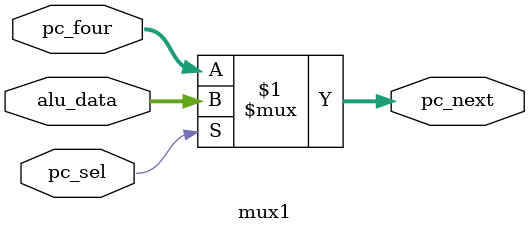
<source format=sv>
module mux1(                                                /*----------------Already Checked-----------------*/
	input logic  [31:0] alu_data,
	input logic  [31:0] pc_four ,
	input logic         pc_sel  ,
	output logic [31:0] pc_next
);
	assign pc_next = pc_sel ? alu_data : pc_four;
endmodule

</source>
